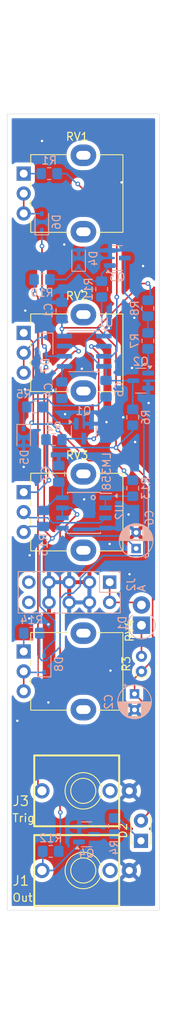
<source format=kicad_pcb>
(kicad_pcb (version 20240108) (generator "pcbnew") (generator_version "8.0")
  (layers (0 "F.Cu" signal) (31 "B.Cu" signal) (34 "B.Paste" user) (35 "F.Paste" user) (36 "B.SilkS" user "B.Silkscreen") (37 "F.SilkS" user "F.Silkscreen") (38 "B.Mask" user) (39 "F.Mask" user) (44 "Edge.Cuts" user))
  (net 0 "")
  (net 1 "+12V")
  (net 2 "GND")
  (net 3 "Net-(U1-CV)")
  (net 4 "Net-(Q2-C)")
  (net 5 "Net-(D5-K)")
  (net 6 "Net-(D6-K)")
  (net 7 "Net-(D1-K)")
  (net 8 "Net-(D1-A)")
  (net 9 "Net-(D2-K)")
  (net 10 "Net-(D4-K)")
  (net 11 "Net-(D6-A)")
  (net 12 "Net-(D7-K)")
  (net 13 "Net-(D8-K)")
  (net 14 "Net-(Q4-B)")
  (net 17 "Net-(J3-PadT)")
  (net 18 "Net-(Q1-C)")
  (net 19 "Net-(Q1-B)")
  (net 20 "Net-(Q2-B)")
  (net 21 "Net-(Q3-C)")
  (net 22 "Net-(R1-Pad2)")
  (net 23 "Net-(U1-Q)")
  (net 24 "Net-(U2B--)")
  (net 25 "Net-(R13-Pad2)")
  (net 26 "Net-(U2A--)")
  (net 27 "Net-(R14-Pad2)")
  (net 28 "Net-(R15-Pad1)")
  (net 29 "Net-(U1-DIS)")
  (net 30 "Net-(U2A-+)")
  (net 33 "Net-(Q4-C)")
  (footprint "mort_mix:Potentiometer_Alpha_RD901F-40-00D_Single_Vertical_withhole" (layer "F.Cu") (at 117.16 118.25)
    (property "Reference" "RV4" (at 5.8 -5.1 -90) (layer "F.SilkS"))
    (property "Value" "B1M")
    (pad "" thru_hole oval (at 0 -4.8 90) (size 2.72 3.24) (drill oval 1.1 1.8) (layers "*.Cu" "*.Mask"))
    (pad "" thru_hole oval (at 0 4.8 90) (size 2.72 3.24) (drill oval 1.1 1.8) (layers "*.Cu" "*.Mask"))
    (pad "1" thru_hole rect (at -7.5 -2.5 90) (size 1.8 1.8) (drill 1) (layers "*.Cu" "*.Mask") (net 27 "Net-(R14-Pad2)"))
    (pad "2" thru_hole circle (at -7.5 0 90) (size 1.8 1.8) (drill 1) (layers "*.Cu" "*.Mask") (net 13 "Net-(D8-K)"))
    (pad "3" thru_hole circle (at -7.5 2.5 90) (size 1.8 1.8) (drill 1) (layers "*.Cu" "*.Mask") (net 13 "Net-(D8-K)"))
  )
  (footprint "mort_mix:Potentiometer_Alpha_RD901F-40-00D_Single_Vertical_withhole" (layer "F.Cu") (at 117.16 98.25)
    (property "Reference" "RV3" (at -0.79 -7.14 180) (layer "F.SilkS"))
    (property "Value" "B10K")
    (pad "" thru_hole oval (at 0 -4.8 90) (size 2.72 3.24) (drill oval 1.1 1.8) (layers "*.Cu" "*.Mask"))
    (pad "" thru_hole oval (at 0 4.8 90) (size 2.72 3.24) (drill oval 1.1 1.8) (layers "*.Cu" "*.Mask"))
    (pad "1" thru_hole rect (at -7.5 -2.5 90) (size 1.8 1.8) (drill 1) (layers "*.Cu" "*.Mask") (net 29 "Net-(U1-DIS)"))
    (pad "2" thru_hole circle (at -7.5 0 90) (size 1.8 1.8) (drill 1) (layers "*.Cu" "*.Mask") (net 30 "Net-(U2A-+)"))
    (pad "3" thru_hole circle (at -7.5 2.5 90) (size 1.8 1.8) (drill 1) (layers "*.Cu" "*.Mask") (net 28 "Net-(R15-Pad1)"))
  )
  (footprint "mort_mix:PJ398SM" (layer "F.Cu") (at 117.16 143.25)
    (property "Reference" "J1" (at -9 2 0) (layer "F.SilkS") (effects (font (size 1.2065 1.2065) (thickness 0.1524)) (justify left bottom)))
    (property "Value" "Out" (at -9 4 0) (layer "F.SilkS") (effects (justify left bottom)))
    (pad "S" thru_hole circle (at 5.7658 0) (size 1.9304 1.9304) (drill 0.889) (layers "*.Cu" "*.Mask") (net 2 "GND"))
    (pad "T" thru_hole circle (at -5.207 0) (size 1.9304 1.9304) (drill 1.143) (layers "*.Cu" "*.Mask") (net 14 "Net-(Q4-B)"))
    (pad "TN" thru_hole circle (at 3.3528 0) (size 1.9304 1.9304) (drill 1.143) (layers "*.Cu" "*.Mask"))
  )
  (footprint "LED_THT:LED_D1.8mm_W3.3mm_H2.4mm" (layer "F.Cu") (at 124.395 139.525 90)
    (property "Reference" "D2" (at 1.27 -2.26 270) (layer "F.SilkS"))
    (property "Value" "LED")
    (pad "1" thru_hole rect (at 0 0 90) (size 1.8 1.8) (drill 0.9) (layers "*.Cu" "*.Mask") (net 9 "Net-(D2-K)"))
    (pad "2" thru_hole circle (at 2.54 0 90) (size 1.8 1.8) (drill 0.9) (layers "*.Cu" "*.Mask") (net 1 "+12V"))
  )
  (footprint "mort_mix:PJ398SM" (layer "F.Cu") (at 117.16 133.25)
    (property "Reference" "J3" (at -9 2 0) (layer "F.SilkS") (effects (font (size 1.2065 1.2065) (thickness 0.1524)) (justify left bottom)))
    (property "Value" "Trig" (at -9 4 0) (layer "F.SilkS") (effects (justify left bottom)))
    (pad "S" thru_hole circle (at 5.7658 0) (size 1.9304 1.9304) (drill 0.889) (layers "*.Cu" "*.Mask") (net 2 "GND"))
    (pad "T" thru_hole circle (at -5.207 0) (size 1.9304 1.9304) (drill 1.143) (layers "*.Cu" "*.Mask") (net 17 "Net-(J3-PadT)"))
    (pad "TN" thru_hole circle (at 3.3528 0) (size 1.9304 1.9304) (drill 1.143) (layers "*.Cu" "*.Mask"))
  )
  (footprint "mort_mix:Potentiometer_Alpha_RD901F-40-00D_Single_Vertical_withhole" (layer "F.Cu") (at 117.16 78.25)
    (property "Reference" "RV2" (at -0.79 -7.14 180) (layer "F.SilkS"))
    (property "Value" "B1M")
    (pad "" thru_hole oval (at 0 -4.8 90) (size 2.72 3.24) (drill oval 1.1 1.8) (layers "*.Cu" "*.Mask"))
    (pad "" thru_hole oval (at 0 4.8 90) (size 2.72 3.24) (drill oval 1.1 1.8) (layers "*.Cu" "*.Mask"))
    (pad "1" thru_hole rect (at -7.5 -2.5 90) (size 1.8 1.8) (drill 1) (layers "*.Cu" "*.Mask") (net 25 "Net-(R13-Pad2)"))
    (pad "2" thru_hole circle (at -7.5 0 90) (size 1.8 1.8) (drill 1) (layers "*.Cu" "*.Mask") (net 12 "Net-(D7-K)"))
    (pad "3" thru_hole circle (at -7.5 2.5 90) (size 1.8 1.8) (drill 1) (layers "*.Cu" "*.Mask") (net 12 "Net-(D7-K)"))
  )
  (footprint "Resistor_THT:R_Axial_DIN0204_L3.6mm_D1.6mm_P1.90mm_Vertical" (layer "F.Cu") (at 124.46 118.255 90)
    (property "Reference" "R3" (at 0.95 -1.92 270) (layer "F.SilkS"))
    (property "Value" "10")
    (pad "1" thru_hole circle (at 0 0 90) (size 1.4 1.4) (drill 0.7) (layers "*.Cu" "*.Mask") (net 1 "+12V"))
    (pad "2" thru_hole oval (at 1.9 0 90) (size 1.4 1.4) (drill 0.7) (layers "*.Cu" "*.Mask") (net 7 "Net-(D1-K)"))
  )
  (footprint "mort_mix:Potentiometer_Alpha_RD901F-40-00D_Single_Vertical_withhole" (layer "F.Cu") (at 117.16 58.25)
    (property "Reference" "RV1" (at -0.79 -7.14 180) (layer "F.SilkS"))
    (property "Value" "B1M")
    (pad "" thru_hole oval (at 0 -4.8 90) (size 2.72 3.24) (drill oval 1.1 1.8) (layers "*.Cu" "*.Mask"))
    (pad "" thru_hole oval (at 0 4.8 90) (size 2.72 3.24) (drill oval 1.1 1.8) (layers "*.Cu" "*.Mask"))
    (pad "1" thru_hole rect (at -7.5 -2.5 90) (size 1.8 1.8) (drill 1) (layers "*.Cu" "*.Mask") (net 22 "Net-(R1-Pad2)"))
    (pad "2" thru_hole circle (at -7.5 0 90) (size 1.8 1.8) (drill 1) (layers "*.Cu" "*.Mask") (net 11 "Net-(D6-A)"))
    (pad "3" thru_hole circle (at -7.5 2.5 90) (size 1.8 1.8) (drill 1) (layers "*.Cu" "*.Mask") (net 11 "Net-(D6-A)"))
  )
  (footprint "Resistor_SMD:R_0805_2012Metric_Pad1.20x1.40mm_HandSolder" (layer "B.Cu") (at 123.36 95.25 90)
    (property "Reference" "R13" (at 0 1.65 270) (layer "B.SilkS") (effects (justify mirror)))
    (property "Value" "120")
    (pad "1" smd roundrect (at -1 0 90) (size 1.2 1.4) (layers "B.Cu" "B.Paste" "B.Mask") (roundrect_rratio 0.2083333333) (net 26 "Net-(U2A--)"))
    (pad "2" smd roundrect (at 1 0 90) (size 1.2 1.4) (layers "B.Cu" "B.Paste" "B.Mask") (roundrect_rratio 0.2083333333) (net 25 "Net-(R13-Pad2)"))
  )
  (footprint "Diode_SMD:D_SOD-323" (layer "B.Cu") (at 109.66 88.85 -90)
    (property "Reference" "D5" (at 2.5 -0.1 90) (layer "B.SilkS") (effects (justify mirror)))
    (property "Value" "1N4148WS")
    (pad "1" smd roundrect (at -1.05 0 270) (size 0.6 0.45) (layers "B.Cu" "B.Paste" "B.Mask") (net 5 "Net-(D5-K)"))
    (pad "2" smd roundrect (at 1.05 0 270) (size 0.6 0.45) (layers "B.Cu" "B.Paste" "B.Mask") (net 2 "GND"))
  )
  (footprint "Package_TO_SOT_SMD:SOT-23" (layer "B.Cu") (at 117.5525 138.71)
    (property "Reference" "Q4" (at 0 2.4 360) (layer "B.SilkS") (effects (justify mirror)))
    (property "Value" "BC847")
    (pad "1" smd roundrect (at -0.9375 0.95) (size 1.475 0.6) (layers "B.Cu" "B.Paste" "B.Mask") (net 14 "Net-(Q4-B)"))
    (pad "2" smd roundrect (at -0.9375 -0.95) (size 1.475 0.6) (layers "B.Cu" "B.Paste" "B.Mask") (net 2 "GND"))
    (pad "3" smd roundrect (at 0.9375 0) (size 1.475 0.6) (layers "B.Cu" "B.Paste" "B.Mask") (net 33 "Net-(Q4-C)"))
  )
  (footprint "Diode_SMD:D_SOD-323" (layer "B.Cu") (at 111.9325 61.8275 90)
    (property "Reference" "D6" (at 0 1.85 270) (layer "B.SilkS") (effects (justify mirror)))
    (property "Value" "1N4148WS")
    (pad "1" smd roundrect (at -1.05 0 90) (size 0.6 0.45) (layers "B.Cu" "B.Paste" "B.Mask") (net 6 "Net-(D6-K)"))
    (pad "2" smd roundrect (at 1.05 0 90) (size 0.6 0.45) (layers "B.Cu" "B.Paste" "B.Mask") (net 11 "Net-(D6-A)"))
  )
  (footprint "Resistor_SMD:R_0805_2012Metric_Pad1.20x1.40mm_HandSolder" (layer "B.Cu") (at 112.16 99.05 90)
    (property "Reference" "R15" (at -3.3 0 270) (layer "B.SilkS") (effects (justify mirror)))
    (property "Value" "4K7")
    (pad "1" smd roundrect (at -1 0 90) (size 1.2 1.4) (layers "B.Cu" "B.Paste" "B.Mask") (roundrect_rratio 0.2083333333) (net 28 "Net-(R15-Pad1)"))
    (pad "2" smd roundrect (at 1 0 90) (size 1.2 1.4) (layers "B.Cu" "B.Paste" "B.Mask") (roundrect_rratio 0.2083333333) (net 1 "+12V"))
  )
  (footprint "Diode_SMD:D_SOD-323" (layer "B.Cu") (at 116.56 66.4 90)
    (property "Reference" "D4" (at 0 1.85 270) (layer "B.SilkS") (effects (justify mirror)))
    (property "Value" "1N4148WS")
    (pad "1" smd roundrect (at -1.05 0 90) (size 0.6 0.45) (layers "B.Cu" "B.Paste" "B.Mask") (net 10 "Net-(D4-K)"))
    (pad "2" smd roundrect (at 1.05 0 90) (size 0.6 0.45) (layers "B.Cu" "B.Paste" "B.Mask") (net 2 "GND"))
  )
  (footprint "Capacitor_SMD:C_0805_2012Metric_Pad1.18x1.45mm_HandSolder" (layer "B.Cu") (at 114.06 93.45 -90)
    (property "Reference" "C7" (at 0 1.68 90) (layer "B.SilkS") (effects (justify mirror)))
    (property "Value" "100nF")
    (pad "1" smd roundrect (at -1.0375 0 270) (size 1.175 1.45) (layers "B.Cu" "B.Paste" "B.Mask") (roundrect_rratio 0.2127659574) (net 2 "GND"))
    (pad "2" smd roundrect (at 1.0375 0 270) (size 1.175 1.45) (layers "B.Cu" "B.Paste" "B.Mask") (roundrect_rratio 0.2127659574) (net 1 "+12V"))
  )
  (footprint "Diode_THT:D_DO-41_SOD81_P2.54mm_Vertical_AnodeUp" (layer "B.Cu") (at 124.46 112.453532 90)
    (property "Reference" "D1" (at 0.203532 -2.4 270) (layer "B.SilkS") (effects (justify mirror)))
    (property "Value" "1N5819")
    (fp_text user "A" (at 4.64 0 270) (layer "B.SilkS") (effects (justify mirror)))
    (pad "1" thru_hole rect (at 0 0 90) (size 2.2 2.2) (drill 1.1) (layers "*.Cu" "*.Mask") (net 7 "Net-(D1-K)"))
    (pad "2" thru_hole oval (at 2.54 0 90) (size 2.2 2.2) (drill 1.1) (layers "*.Cu" "*.Mask") (net 8 "Net-(D1-A)"))
  )
  (footprint "Capacitor_SMD:C_0805_2012Metric_Pad1.18x1.45mm_HandSolder" (layer "B.Cu") (at 114.46 72.95 90)
    (property "Reference" "C1" (at 0 -1.7 270) (layer "B.SilkS") (effects (justify mirror)))
    (property "Value" "100nF")
    (pad "1" smd roundrect (at -1.0375 0 90) (size 1.175 1.45) (layers "B.Cu" "B.Paste" "B.Mask") (roundrect_rratio 0.2127659574) (net 1 "+12V"))
    (pad "2" smd roundrect (at 1.0375 0 90) (size 1.175 1.45) (layers "B.Cu" "B.Paste" "B.Mask") (roundrect_rratio 0.2127659574) (net 2 "GND"))
  )
  (footprint "Resistor_SMD:R_0805_2012Metric_Pad1.20x1.40mm_HandSolder" (layer "B.Cu") (at 121.05 137.67 -90)
    (property "Reference" "R4" (at 2.7 0 90) (layer "B.SilkS") (effects (justify mirror)))
    (property "Value" "3k3")
    (pad "1" smd roundrect (at -1 0 270) (size 1.2 1.4) (layers "B.Cu" "B.Paste" "B.Mask") (roundrect_rratio 0.2083333333) (net 9 "Net-(D2-K)"))
    (pad "2" smd roundrect (at 1 0 270) (size 1.2 1.4) (layers "B.Cu" "B.Paste" "B.Mask") (roundrect_rratio 0.2083333333) (net 33 "Net-(Q4-C)"))
  )
  (footprint "Resistor_SMD:R_0805_2012Metric_Pad1.20x1.40mm_HandSolder" (layer "B.Cu") (at 123.36 86.35 90)
    (property "Reference" "R6" (at 0 1.65 270) (layer "B.SilkS") (effects (justify mirror)))
    (property "Value" "4k7")
    (pad "1" smd roundrect (at -1 0 90) (size 1.2 1.4) (layers "B.Cu" "B.Paste" "B.Mask") (roundrect_rratio 0.2083333333) (net 1 "+12V"))
    (pad "2" smd roundrect (at 1 0 90) (size 1.2 1.4) (layers "B.Cu" "B.Paste" "B.Mask") (roundrect_rratio 0.2083333333) (net 4 "Net-(Q2-C)"))
  )
  (footprint "Capacitor_SMD:C_0805_2012Metric_Pad1.18x1.45mm_HandSolder" (layer "B.Cu") (at 114.46 82.95 -90)
    (property "Reference" "C4" (at 0 1.68 90) (layer "B.SilkS") (effects (justify mirror)))
    (property "Value" "10nF")
    (pad "1" smd roundrect (at -1.0375 0 270) (size 1.175 1.45) (layers "B.Cu" "B.Paste" "B.Mask") (roundrect_rratio 0.2127659574) (net 3 "Net-(U1-CV)"))
    (pad "2" smd roundrect (at 1.0375 0 270) (size 1.175 1.45) (layers "B.Cu" "B.Paste" "B.Mask") (roundrect_rratio 0.2127659574) (net 2 "GND"))
  )
  (footprint "Diode_SMD:D_SOD-323" (layer "B.Cu") (at 112.2325 117.3275 90)
    (property "Reference" "D8" (at 0 1.85 270) (layer "B.SilkS") (effects (justify mirror)))
    (property "Value" "1N4148WS")
    (pad "1" smd roundrect (at -1.05 0 90) (size 0.6 0.45) (layers "B.Cu" "B.Paste" "B.Mask") (net 13 "Net-(D8-K)"))
    (pad "2" smd roundrect (at 1.05 0 90) (size 0.6 0.45) (layers "B.Cu" "B.Paste" "B.Mask") (net 6 "Net-(D6-K)"))
  )
  (footprint "Package_TO_SOT_SMD:SOT-23" (layer "B.Cu") (at 117.21 88.0875 -90)
    (property "Reference" "Q1" (at -2.5375 0.05 180) (layer "B.SilkS") (effects (justify mirror)))
    (property "Value" "BC847")
    (pad "1" smd roundrect (at -0.9375 0.95 270) (size 1.475 0.6) (layers "B.Cu" "B.Paste" "B.Mask") (net 19 "Net-(Q1-B)"))
    (pad "2" smd roundrect (at -0.9375 -0.95 270) (size 1.475 0.6) (layers "B.Cu" "B.Paste" "B.Mask") (net 2 "GND"))
    (pad "3" smd roundrect (at 0.9375 0 270) (size 1.475 0.6) (layers "B.Cu" "B.Paste" "B.Mask") (net 18 "Net-(Q1-C)"))
  )
  (footprint "Package_TO_SOT_SMD:SOT-23" (layer "B.Cu") (at 124.36 81.75 180)
    (property "Reference" "Q2" (at 0 2.4 180) (layer "B.SilkS") (effects (justify mirror)))
    (property "Value" "BC847")
    (pad "1" smd roundrect (at -0.9375 0.95 180) (size 1.475 0.6) (layers "B.Cu" "B.Paste" "B.Mask") (net 20 "Net-(Q2-B)"))
    (pad "2" smd roundrect (at -0.9375 -0.95 180) (size 1.475 0.6) (layers "B.Cu" "B.Paste" "B.Mask") (net 2 "GND"))
    (pad "3" smd roundrect (at 0.9375 0 180) (size 1.475 0.6) (layers "B.Cu" "B.Paste" "B.Mask") (net 4 "Net-(Q2-C)"))
  )
  (footprint "Resistor_SMD:R_0805_2012Metric_Pad1.20x1.40mm_HandSolder" (layer "B.Cu") (at 112.86 55.75 180)
    (property "Reference" "R1" (at 0 1.65 180) (layer "B.SilkS") (effects (justify mirror)))
    (property "Value" "120")
    (pad "1" smd roundrect (at -1 0 180) (size 1.2 1.4) (layers "B.Cu" "B.Paste" "B.Mask") (roundrect_rratio 0.2083333333) (net 23 "Net-(U1-Q)"))
    (pad "2" smd roundrect (at 1 0 180) (size 1.2 1.4) (layers "B.Cu" "B.Paste" "B.Mask") (roundrect_rratio 0.2083333333) (net 22 "Net-(R1-Pad2)"))
  )
  (footprint "PCM_4ms_Package_SOIC:SOIC-8_3.9x4.9mm_Pitch1.27mm" (layer "B.Cu") (at 117.2272 98.35 180)
    (property "Reference" "U2" (at -4.4728 0.09 90) (layer "B.SilkS") (effects (justify mirror)))
    (property "Value" "LM358" (at -2.8528 5.21 -90) (layer "B.SilkS") (effects (justify mirror)))
    (pad "1" smd rect (at -2.7 1.905 180) (size 1.55 0.6) (layers "B.Cu" "B.Paste" "B.Mask") (net 26 "Net-(U2A--)"))
    (pad "2" smd rect (at -2.7 0.635 180) (size 1.55 0.6) (layers "B.Cu" "B.Paste" "B.Mask") (net 26 "Net-(U2A--)"))
    (pad "3" smd rect (at -2.7 -0.635 180) (size 1.55 0.6) (layers "B.Cu" "B.Paste" "B.Mask") (net 30 "Net-(U2A-+)"))
    (pad "4" smd rect (at -2.7 -1.905 180) (size 1.55 0.6) (layers "B.Cu" "B.Paste" "B.Mask") (net 2 "GND"))
    (pad "5" smd rect (at 2.7 -1.905 180) (size 1.55 0.6) (layers "B.Cu" "B.Paste" "B.Mask") (net 6 "Net-(D6-K)"))
    (pad "6" smd rect (at 2.7 -0.635 180) (size 1.55 0.6) (layers "B.Cu" "B.Paste" "B.Mask") (net 24 "Net-(U2B--)"))
    (pad "7" smd rect (at 2.7 0.635 180) (size 1.55 0.6) (layers "B.Cu" "B.Paste" "B.Mask") (net 24 "Net-(U2B--)"))
    (pad "8" smd rect (at 2.7 1.905 180) (size 1.55 0.6) (layers "B.Cu" "B.Paste" "B.Mask") (net 1 "+12V"))
  )
  (footprint "Resistor_SMD:R_0805_2012Metric_Pad1.20x1.40mm_HandSolder" (layer "B.Cu") (at 110.66 113.45 180)
    (property "Reference" "R14" (at 0 1.65 180) (layer "B.SilkS") (effects (justify mirror)))
    (property "Value" "120")
    (pad "1" smd roundrect (at -1 0 180) (size 1.2 1.4) (layers "B.Cu" "B.Paste" "B.Mask") (roundrect_rratio 0.2083333333) (net 4 "Net-(Q2-C)"))
    (pad "2" smd roundrect (at 1 0 180) (size 1.2 1.4) (layers "B.Cu" "B.Paste" "B.Mask") (roundrect_rratio 0.2083333333) (net 27 "Net-(R14-Pad2)"))
  )
  (footprint "Diode_SMD:D_SOD-323" (layer "B.Cu") (at 112.4825 77.3725 -90)
    (property "Reference" "D7" (at 2.4775 0.1225 90) (layer "B.SilkS") (effects (justify mirror)))
    (property "Value" "1N4148WS")
    (pad "1" smd roundrect (at -1.05 0 270) (size 0.6 0.45) (layers "B.Cu" "B.Paste" "B.Mask") (net 12 "Net-(D7-K)"))
    (pad "2" smd roundrect (at 1.05 0 270) (size 0.6 0.45) (layers "B.Cu" "B.Paste" "B.Mask") (net 6 "Net-(D6-K)"))
  )
  (footprint "Connector_PinSocket_2.54mm:PinSocket_2x05_P2.54mm_Vertical" (layer "B.Cu") (at 120.46 107.05 90)
    (property "Reference" "J2" (at -0.3 2.7 270) (layer "B.SilkS") (effects (justify mirror)))
    (property "Value" "Eurorack_Power_10pin_Unshrouded")
    (pad "1" thru_hole rect (at 0 0 90) (size 1.7 1.7) (drill 1) (layers "*.Cu" "*.Mask") (net 8 "Net-(D1-A)"))
    (pad "2" thru_hole oval (at -2.54 0 90) (size 1.7 1.7) (drill 1) (layers "*.Cu" "*.Mask") (net 8 "Net-(D1-A)"))
    (pad "3" thru_hole oval (at 0 -2.54 90) (size 1.7 1.7) (drill 1) (layers "*.Cu" "*.Mask") (net 2 "GND"))
    (pad "4" thru_hole oval (at -2.54 -2.54 90) (size 1.7 1.7) (drill 1) (layers "*.Cu" "*.Mask") (net 2 "GND"))
    (pad "5" thru_hole oval (at 0 -5.08 90) (size 1.7 1.7) (drill 1) (layers "*.Cu" "*.Mask") (net 2 "GND"))
    (pad "6" thru_hole oval (at -2.54 -5.08 90) (size 1.7 1.7) (drill 1) (layers "*.Cu" "*.Mask") (net 2 "GND"))
    (pad "7" thru_hole oval (at 0 -7.62 90) (size 1.7 1.7) (drill 1) (layers "*.Cu" "*.Mask") (net 2 "GND"))
    (pad "8" thru_hole oval (at -2.54 -7.62 90) (size 1.7 1.7) (drill 1) (layers "*.Cu" "*.Mask") (net 2 "GND"))
    (pad "9" thru_hole oval (at 0 -10.16 90) (size 1.7 1.7) (drill 1) (layers "*.Cu" "*.Mask"))
    (pad "10" thru_hole oval (at -2.54 -10.16 90) (size 1.7 1.7) (drill 1) (layers "*.Cu" "*.Mask"))
  )
  (footprint "Package_SO:SOIC-8_3.9x4.9mm_P1.27mm" (layer "B.Cu") (at 117.26 78.05 180)
    (property "Reference" "U1" (at -2.7 3.6 180) (layer "B.SilkS") (effects (justify mirror)))
    (property "Value" "TLC555xD")
    (pad "1" smd roundrect (at -2.475 1.905 180) (size 1.95 0.6) (layers "B.Cu" "B.Paste" "B.Mask") (net 2 "GND"))
    (pad "2" smd roundrect (at -2.475 0.635 180) (size 1.95 0.6) (layers "B.Cu" "B.Paste" "B.Mask") (net 18 "Net-(Q1-C)"))
    (pad "3" smd roundrect (at -2.475 -0.635 180) (size 1.95 0.6) (layers "B.Cu" "B.Paste" "B.Mask") (net 23 "Net-(U1-Q)"))
    (pad "4" smd roundrect (at -2.475 -1.905 180) (size 1.95 0.6) (layers "B.Cu" "B.Paste" "B.Mask") (net 4 "Net-(Q2-C)"))
    (pad "5" smd roundrect (at 2.475 -1.905 180) (size 1.95 0.6) (layers "B.Cu" "B.Paste" "B.Mask") (net 3 "Net-(U1-CV)"))
    (pad "6" smd roundrect (at 2.475 -0.635 180) (size 1.95 0.6) (layers "B.Cu" "B.Paste" "B.Mask") (net 6 "Net-(D6-K)"))
    (pad "7" smd roundrect (at 2.475 0.635 180) (size 1.95 0.6) (layers "B.Cu" "B.Paste" "B.Mask") (net 29 "Net-(U1-DIS)"))
    (pad "8" smd roundrect (at 2.475 1.905 180) (size 1.95 0.6) (layers "B.Cu" "B.Paste" "B.Mask") (net 1 "+12V"))
  )
  (footprint "Resistor_SMD:R_0805_2012Metric_Pad1.20x1.40mm_HandSolder" (layer "B.Cu") (at 113.06 140.85 180)
    (property "Reference" "R12" (at 0 1.65 180) (layer "B.SilkS") (effects (justify mirror)))
    (property "Value" "1k")
    (pad "1" smd roundrect (at -1 0 180) (size 1.2 1.4) (layers "B.Cu" "B.Paste" "B.Mask") (roundrect_rratio 0.2083333333) (net 24 "Net-(U2B--)"))
    (pad "2" smd roundrect (at 1 0 180) (size 1.2 1.4) (layers "B.Cu" "B.Paste" "B.Mask") (roundrect_rratio 0.2083333333) (net 14 "Net-(Q4-B)"))
  )
  (footprint "Capacitor_THT:CP_Radial_D4.0mm_P2.00mm" (layer "B.Cu") (at 123.5874 121.077398 -90)
    (property "Reference" "C2" (at 1 3.25 90) (layer "B.SilkS") (effects (justify mirror)))
    (property "Value" "10uF_5x5.3_16V")
    (pad "1" thru_hole rect (at 0 0 270) (size 1.2 1.2) (drill 0.6) (layers "*.Cu" "*.Mask") (net 1 "+12V"))
    (pad "2" thru_hole circle (at 2 0 270) (size 1.2 1.2) (drill 0.6) (layers "*.Cu" "*.Mask") (net 2 "GND"))
  )
  (footprint "Resistor_SMD:R_0805_2012Metric_Pad1.20x1.40mm_HandSolder" (layer "B.Cu") (at 111.06 85.05 180)
    (property "Reference" "R5" (at 1.4 1.6 180) (layer "B.SilkS") (effects (justify mirror)))
    (property "Value" "10k")
    (pad "1" smd roundrect (at -1 0 180) (size 1.2 1.4) (layers "B.Cu" "B.Paste" "B.Mask") (roundrect_rratio 0.2083333333) (net 19 "Net-(Q1-B)"))
    (pad "2" smd roundrect (at 1 0 180) (size 1.2 1.4) (layers "B.Cu" "B.Paste" "B.Mask") (roundrect_rratio 0.2083333333) (net 5 "Net-(D5-K)"))
  )
  (footprint "Resistor_SMD:R_0805_2012Metric_Pad1.20x1.40mm_HandSolder" (layer "B.Cu") (at 119.46 70.25 -90)
    (property "Reference" "R11" (at 0 1.65 90) (layer "B.SilkS") (effects (justify mirror)))
    (property "Value" "1M")
    (pad "1" smd roundrect (at -1 0 270) (size 1.2 1.4) (layers "B.Cu" "B.Paste" "B.Mask") (roundrect_rratio 0.2083333333) (net 10 "Net-(D4-K)"))
    (pad "2" smd roundrect (at 1 0 270) (size 1.2 1.4) (layers "B.Cu" "B.Paste" "B.Mask") (roundrect_rratio 0.2083333333) (net 4 "Net-(Q2-C)"))
  )
  (footprint "Package_TO_SOT_SMD:SOT-23" (layer "B.Cu") (at 121.4225 66.35)
    (property "Reference" "Q3" (at 0 2.4 360) (layer "B.SilkS") (effects (justify mirror)))
    (property "Value" "BC847")
    (pad "1" smd roundrect (at -0.9375 0.95) (size 1.475 0.6) (layers "B.Cu" "B.Paste" "B.Mask") (net 10 "Net-(D4-K)"))
    (pad "2" smd roundrect (at -0.9375 -0.95) (size 1.475 0.6) (layers "B.Cu" "B.Paste" "B.Mask") (net 2 "GND"))
    (pad "3" smd roundrect (at 0.9375 0) (size 1.475 0.6) (layers "B.Cu" "B.Paste" "B.Mask") (net 21 "Net-(Q3-C)"))
  )
  (footprint "Resistor_SMD:R_0805_2012Metric_Pad1.20x1.40mm_HandSolder" (layer "B.Cu") (at 125.26 76.75 -90)
    (property "Reference" "R7" (at 0 1.65 90) (layer "B.SilkS") (effects (justify mirror)))
    (property "Value" "22k")
    (pad "1" smd roundrect (at -1 0 270) (size 1.2 1.4) (layers "B.Cu" "B.Paste" "B.Mask") (roundrect_rratio 0.2083333333) (net 21 "Net-(Q3-C)"))
    (pad "2" smd roundrect (at 1 0 270) (size 1.2 1.4) (layers "B.Cu" "B.Paste" "B.Mask") (roundrect_rratio 0.2083333333) (net 20 "Net-(Q2-B)"))
  )
  (footprint "Resistor_SMD:R_0805_2012Metric_Pad1.20x1.40mm_HandSolder" (layer "B.Cu") (at 113.46 89.15 180)
    (property "Reference" "R2" (at 0 1.65 180) (layer "B.SilkS") (effects (justify mirror)))
    (property "Value" "4k7")
    (pad "1" smd roundrect (at -1 0 180) (size 1.2 1.4) (layers "B.Cu" "B.Paste" "B.Mask") (roundrect_rratio 0.2083333333) (net 18 "Net-(Q1-C)"))
    (pad "2" smd roundrect (at 1 0 180) (size 1.2 1.4) (layers "B.Cu" "B.Paste" "B.Mask") (roundrect_rratio 0.2083333333) (net 1 "+12V"))
  )
  (footprint "Capacitor_SMD:C_0805_2012Metric_Pad1.18x1.45mm_HandSolder" (layer "B.Cu") (at 119.9975 82.75 -90)
    (property "Reference" "C5" (at 0.1 -1.6625 90) (layer "B.SilkS") (effects (justify mirror)))
    (property "Value" "10nF")
    (pad "1" smd roundrect (at -1.0375 0 270) (size 1.175 1.45) (layers "B.Cu" "B.Paste" "B.Mask") (roundrect_rratio 0.2127659574) (net 4 "Net-(Q2-C)"))
    (pad "2" smd roundrect (at 1.0375 0 270) (size 1.175 1.45) (layers "B.Cu" "B.Paste" "B.Mask") (roundrect_rratio 0.2127659574) (net 5 "Net-(D5-K)"))
  )
  (footprint "Resistor_SMD:R_0805_2012Metric_Pad1.20x1.40mm_HandSolder" (layer "B.Cu") (at 111.96 69.05)
    (property "Reference" "R10" (at 0 1.65 360) (layer "B.SilkS") (effects (justify mirror)))
    (property "Value" "10k")
    (pad "1" smd roundrect (at -1 0) (size 1.2 1.4) (layers "B.Cu" "B.Paste" "B.Mask") (roundrect_rratio 0.2083333333) (net 17 "Net-(J3-PadT)"))
    (pad "2" smd roundrect (at 1 0) (size 1.2 1.4) (layers "B.Cu" "B.Paste" "B.Mask") (roundrect_rratio 0.2083333333) (net 10 "Net-(D4-K)"))
  )
  (footprint "Resistor_SMD:R_0805_2012Metric_Pad1.20x1.40mm_HandSolder" (layer "B.Cu") (at 125.26 72.65 -90)
    (property "Reference" "R8" (at 0 1.65 90) (layer "B.SilkS") (effects (justify mirror)))
    (property "Value" "4k7")
    (pad "1" smd roundrect (at -1 0 270) (size 1.2 1.4) (layers "B.Cu" "B.Paste" "B.Mask") (roundrect_rratio 0.2083333333) (net 1 "+12V"))
    (pad "2" smd roundrect (at 1 0 270) (size 1.2 1.4) (layers "B.Cu" "B.Paste" "B.Mask") (roundrect_rratio 0.2083333333) (net 21 "Net-(Q3-C)"))
  )
  (footprint "Capacitor_THT:CP_Radial_D4.0mm_P2.00mm" (layer "B.Cu") (at 123.7874 102.822598 90)
    (property "Reference" "C6" (at 3.872598 1.6726 270) (layer "B.SilkS") (effects (justify mirror)))
    (property "Value" "47uF_5x5.3_16V")
    (pad "1" thru_hole rect (at 0 0 90) (size 1.2 1.2) (drill 0.6) (layers "*.Cu" "*.Mask") (net 6 "Net-(D6-K)"))
    (pad "2" thru_hole circle (at 2 0 90) (size 1.2 1.2) (drill 0.6) (layers "*.Cu" "*.Mask") (net 2 "GND"))
  )
  (gr_rect (start 107.6 48.25) (end 126.7 148.25) (stroke (width 0.05)) (fill none) (layer "Edge.Cuts"))
  (segment (start 125.86 94.75) (end 121.26 90.15) (width 0.2) (layer "F.Cu") (net 1))
  (segment (start 124.46 69.55) (end 125.26 69.55) (width 0.2) (layer "F.Cu") (net 1))
  (segment (start 118.9 75.11) (end 124.46 69.55) (width 0.2) (layer "F.Cu") (net 1))
  (segment (start 125.26 69.55) (end 125.16 69.65) (width 0.2) (layer "F.Cu") (net 1))
  (segment (start 123.5874 119.1276) (end 124.46 118.255) (width 0.2) (layer "F.Cu") (net 1))
  (segment (start 124.46 118.255) (end 125.86 116.855) (width 0.2) (layer "F.Cu") (net 1))
  (segment (start 114.46 75.25) (end 114.6 75.11) (width 0.2) (layer "F.Cu") (net 1))
  (segment (start 124.395 136.985) (end 125.295 136.085) (width 0.2) (layer "F.Cu") (net 1))
  (segment (start 125.295 122.784998) (end 123.5874 121.077398) (width 0.2) (layer "F.Cu") (net 1))
  (segment (start 121.26 77.47) (end 118.9 75.11) (width 0.2) (layer "F.Cu") (net 1))
  (segment (start 123.5874 121.077398) (end 123.5874 119.1276) (width 0.2) (layer "F.Cu") (net 1))
  (segment (start 121.26 90.15) (end 121.26 77.47) (width 0.2) (layer "F.Cu") (net 1))
  (segment (start 125.295 136.085) (end 125.295 122.784998) (width 0.2) (layer "F.Cu") (net 1))
  (segment (start 125.86 116.855) (end 125.86 94.75) (width 0.2) (layer "F.Cu") (net 1))
  (segment (start 114.6 75.11) (end 118.9 75.11) (width 0.2) (layer "F.Cu") (net 1))
  (via (at 125.26 69.55) (size 0.6) (drill 0.3) (layers "F.Cu" "B.Cu") (net 1))
  (via (at 121.26 90.15) (size 0.6) (drill 0.3) (layers "F.Cu" "B.Cu") (net 1))
  (via (at 114.46 75.25) (size 0.6) (drill 0.3) (layers "F.Cu" "B.Cu") (net 1))
  (segment (start 114.785 76.145) (end 114.46 75.82) (width 0.2) (layer "B.Cu") (net 1))
  (segment (start 113.46 90.15) (end 121.26 90.15) (width 0.2) (layer "B.Cu") (net 1))
  (segment (start 114.06 94.4875) (end 114.06 94.009744) (width 0.2) (layer "B.Cu") (net 1))
  (segment (start 114.5272 94.9547) (end 114.06 94.4875) (width 0.2) (layer "B.Cu") (net 1))
  (segment (start 113.765 96.445) (end 114.5272 96.445) (width 0.2) (layer "B.Cu") (net 1))
  (segment (start 114.46 75.82) (end 114.46 75.25) (width 0.2) (layer "B.Cu") (net 1))
  (segment (start 125.56 71.35) (end 125.56 69.85) (width 0.2) (layer "B.Cu") (net 1))
  (segment (start 125.26 71.65) (end 125.56 71.35) (width 0.2) (layer "B.Cu") (net 1))
  (segment (start 112.46 89.15) (end 113.46 90.15) (width 0.2) (layer "B.Cu") (net 1))
  (segment (start 114.46 75.25) (end 114.46 73.9875) (width 0.2) (layer "B.Cu") (net 1))
  (segment (start 112.16 98.05) (end 113.765 96.445) (width 0.2) (layer "B.Cu") (net 1))
  (segment (start 114.06 94.009744) (end 112.46 92.409744) (width 0.2) (layer "B.Cu") (net 1))
  (segment (start 123.36 88.05) (end 121.26 90.15) (width 0.2) (layer "B.Cu") (net 1))
  (segment (start 114.5272 96.445) (end 114.5272 94.9547) (width 0.2) (layer "B.Cu") (net 1))
  (segment (start 125.56 69.85) (end 125.26 69.55) (width 0.2) (layer "B.Cu") (net 1))
  (segment (start 112.46 92.409744) (end 112.46 89.15) (width 0.2) (layer "B.Cu") (net 1))
  (segment (start 123.36 87.35) (end 123.36 88.05) (width 0.2) (layer "B.Cu") (net 1))
  (via (at 109.66 92.575) (size 0.6) (drill 0.3) (layers "F.Cu" "B.Cu") (net 2))
  (via (at 122.96 106.05) (size 0.6) (drill 0.3) (layers "F.Cu" "B.Cu") (net 2))
  (via (at 120.36 75.15) (size 0.6) (drill 0.3) (layers "F.Cu" "B.Cu") (net 2))
  (via (at 122.16 86.35) (size 0.6) (drill 0.3) (layers "F.Cu" "B.Cu") (net 2))
  (via (at 110.36 111.6) (size 0.6) (drill 0.3) (layers "F.Cu" "B.Cu") (net 2))
  (via (at 116.96 70.45) (size 0.6) (drill 0.3) (layers "F.Cu" "B.Cu") (net 2))
  (via (at 123.66 89.45) (size 0.6) (drill 0.3) (layers "F.Cu" "B.Cu") (net 2))
  (via (at 124.66 67.35) (size 0.6) (drill 0.3) (layers "F.Cu" "B.Cu") (net 2))
  (via (at 122.835 98.55) (size 0.6) (drill 0.3) (layers "F.Cu" "B.Cu") (net 2))
  (via (at 109.81 82.825) (size 0.6) (drill 0.3) (layers "F.Cu" "B.Cu") (net 2))
  (via (at 123.26 80.15) (size 0.6) (drill 0.3) (layers "F.Cu" "B.Cu") (net 2))
  (via (at 113.36 82.95) (size 0.6) (drill 0.3) (layers "F.Cu" "B.Cu") (net 2))
  (via (at 108.86 124.45) (size 0.6) (drill 0.3) (layers "F.Cu" "B.Cu") (net 2))
  (via (at 110.41 103.675) (size 0.6) (drill 0.3) (layers "F.Cu" "B.Cu") (net 2))
  (via (at 120.46 102.25) (size 0.6) (drill 0.3) (layers "F.Cu" "B.Cu") (net 2))
  (via (at 115.46 91.15) (size 0.6) (drill 0.3) (layers "F.Cu" "B.Cu") (net 2))
  (via (at 114.86 85.95) (size 0.6) (drill 0.3) (layers "F.Cu" "B.Cu") (net 2))
  (via (at 112.76 112.35) (size 0.6) (drill 0.3) (layers "F.Cu" "B.Cu") (net 2))
  (via (at 116.96 80.25) (size 0.6) (drill 0.3) (layers "F.Cu" "B.Cu") (net 2))
  (via (at 121.96 56.85) (size 0.6) (drill 0.3) (layers "F.Cu" "B.Cu") (net 2))
  (via (at 109.86 72.95) (size 0.6) (drill 0.3) (layers "F.Cu" "B.Cu") (net 2))
  (via (at 120.56 118.15) (size 0.6) (drill 0.3) (layers "F.Cu" "B.Cu") (net 2))
  (via (at 111.96 51.65) (size 0.6) (drill 0.3) (layers "F.Cu" "B.Cu") (net 2))
  (via (at 112.76 122.15) (size 0.6) (drill 0.3) (layers "F.Cu" "B.Cu") (net 2))
  (via (at 114.76 64.65) (size 0.6) (drill 0.3) (layers "F.Cu" "B.Cu") (net 2))
  (via (at 125.36 84.55) (size 0.6) (drill 0.3) (layers "F.Cu" "B.Cu") (net 2))
  (via (at 117.26 96.65) (size 0.6) (drill 0.3) (layers "F.Cu" "B.Cu") (net 2))
  (via (at 120.06 86.95) (size 0.6) (drill 0.3) (layers "F.Cu" "B.Cu") (net 2))
  (via (at 123.56 73.85) (size 0.6) (drill 0.3) (layers "F.Cu" "B.Cu") (net 2))
  (segment (start 119.735 75.775) (end 120.36 75.15) (width 0.2) (layer "B.Cu") (net 2))
  (segment (start 119.735 76.145) (end 119.735 75.775) (width 0.2) (layer "B.Cu") (net 2))
  (segment (start 114.46 83.9875) (end 114.0975 83.9875) (width 0.2) (layer "B.Cu") (net 2))
  (segment (start 114.3975 83.9875) (end 113.36 82.95) (width 0.2) (layer "B.Cu") (net 2))
  (segment (start 114.46 83.9875) (end 114.3975 83.9875) (width 0.2) (layer "B.Cu") (net 2))
  (segment (start 114.46 80.28) (end 114.785 79.955) (width 0.2) (layer "B.Cu") (net 3))
  (segment (start 114.46 81.9125) (end 114.46 80.28) (width 0.2) (layer "B.Cu") (net 3))
  (segment (start 119.46 74.804448) (end 117.46 76.804448) (width 0.2) (layer "B.Cu") (net 4))
  (segment (start 124.6874 103.722598) (end 124.76 103.649998) (width 0.2) (layer "B.Cu") (net 4))
  (segment (start 115.856346 108.44) (end 116.77 107.526346) (width 0.2) (layer "B.Cu") (net 4))
  (segment (start 114.23 115.16648) (end 114.23 109.113654) (width 0.2) (layer "B.Cu") (net 4))
  (segment (start 114.903654 108.44) (end 115.856346 108.44) (width 0.2) (layer "B.Cu") (net 4))
  (segment (start 117.46 78.025552) (end 119.389448 79.955) (width 0.2) (layer "B.Cu") (net 4))
  (segment (start 123.36 85.35) (end 123.36 81.8125) (width 0.2) (layer "B.Cu") (net 4))
  (segment (start 119.46 71.25) (end 119.46 74.804448) (width 0.2) (layer "B.Cu") (net 4))
  (segment (start 123.4225 81.75) (end 120.035 81.75) (width 0.2) (layer "B.Cu") (net 4))
  (segment (start 112.51898 116.8775) (end 114.23 115.16648) (width 0.2) (layer "B.Cu") (net 4))
  (segment (start 117.46 76.804448) (end 117.46 78.025552) (width 0.2) (layer "B.Cu") (net 4))
  (segment (start 119.9975 80.2175) (end 119.735 79.955) (width 0.2) (layer "B.Cu") (net 4))
  (segment (start 124.76 103.649998) (end 124.76 86.75) (width 0.2) (layer "B.Cu") (net 4))
  (segment (start 124.76 86.75) (end 123.36 85.35) (width 0.2) (layer "B.Cu") (net 4))
  (segment (start 119.389448 79.955) (end 119.735 79.955) (width 0.2) (layer "B.Cu") (net 4))
  (segment (start 116.77 106.573654) (end 119.621056 103.722598) (width 0.2) (layer "B.Cu") (net 4))
  (segment (start 111.94602 116.8775) (end 112.51898 116.8775) (width 0.2) (layer "B.Cu") (net 4))
  (segment (start 123.36 81.8125) (end 123.4225 81.75) (width 0.2) (layer "B.Cu") (net 4))
  (segment (start 111.66 113.45) (end 111.66 116.59148) (width 0.2) (layer "B.Cu") (net 4))
  (segment (start 111.66 116.59148) (end 111.94602 116.8775) (width 0.2) (layer "B.Cu") (net 4))
  (segment (start 116.77 107.526346) (end 116.77 106.573654) (width 0.2) (layer "B.Cu") (net 4))
  (segment (start 120.035 81.75) (end 119.9975 81.7125) (width 0.2) (layer "B.Cu") (net 4))
  (segment (start 114.23 109.113654) (end 114.903654 108.44) (width 0.2) (layer "B.Cu") (net 4))
  (segment (start 119.9975 81.7125) (end 119.9975 80.2175) (width 0.2) (layer "B.Cu") (net 4))
  (segment (start 119.621056 103.722598) (end 124.6874 103.722598) (width 0.2) (layer "B.Cu") (net 4))
  (segment (start 119.9975 83.7875) (end 118.91 84.875) (width 0.2) (layer "B.Cu") (net 5))
  (segment (start 109.66 87.8) (end 109.66 85.45) (width 0.2) (layer "B.Cu") (net 5))
  (segment (start 109.66 85.45) (end 110.06 85.05) (width 0.2) (layer "B.Cu") (net 5))
  (segment (start 112.644744 84.05) (end 111.06 84.05) (width 0.2) (layer "B.Cu") (net 5))
  (segment (start 113.469744 84.875) (end 112.644744 84.05) (width 0.2) (layer "B.Cu") (net 5))
  (segment (start 111.06 84.05) (end 110.06 85.05) (width 0.2) (layer "B.Cu") (net 5))
  (segment (start 118.91 84.875) (end 113.469744 84.875) (width 0.2) (layer "B.Cu") (net 5))
  (segment (start 112.26 77.45) (end 112.16 77.35) (width 0.2) (layer "F.Cu") (net 6))
  (segment (start 111.96 64.85) (end 111.96 77.15) (width 0.2) (layer "F.Cu") (net 6))
  (segment (start 112.235 80.275) (end 112.235 100.525) (width 0.2) (layer "F.Cu") (net 6))
  (segment (start 112.235 100.525) (end 113.26 101.55) (width 0.2) (layer "F.Cu") (net 6))
  (segment (start 112.46 80.05) (end 112.235 80.275) (width 0.2) (layer "F.Cu") (net 6))
  (segment (start 111.96 77.15) (end 112.26 77.45) (width 0.2) (layer "F.Cu") (net 6))
  (via (at 113.26 101.55) (size 0.6) (drill 0.3) (layers "F.Cu" "B.Cu") (net 6))
  (via (at 112.26 77.45) (size 0.6) (drill 0.3) (layers "F.Cu" "B.Cu") (net 6))
  (via (at 112.46 80.05) (size 0.6) (drill 0.3) (layers "F.Cu" "B.Cu") (net 6))
  (via (at 111.96 64.85) (size 0.6) (drill 0.3) (layers "F.Cu" "B.Cu") (net 6))
  (segment (start 111.96 64.85) (end 112.06 64.85) (width 0.2) (layer "B.Cu") (net 6))
  (segment (start 112.2325 115.607244) (end 113.56 114.279744) (width 0.2) (layer "B.Cu") (net 6))
  (segment (start 112.2325 116.2775) (end 112.2325 115.607244) (width 0.2) (layer "B.Cu") (net 6))
  (segment (start 114.5272 100.255) (end 114.5272 100.2828) (width 0.2) (layer "B.Cu") (net 6))
  (segment (start 111.69 103.12) (end 113.26 101.55) (width 0.2) (layer "B.Cu") (net 6))
  (segment (start 112.4825 77.6725) (end 112.26 77.45) (width 0.2) (layer "B.Cu") (net 6))
  (segment (start 111.69 110.08) (end 111.69 103.12) (width 0.2) (layer "B.Cu") (net 6))
  (segment (start 115.5222 101.25) (end 122.214802 101.25) (width 0.2) (layer "B.Cu") (net 6))
  (segment (start 114.5272 100.255) (end 115.5222 101.25) (width 0.2) (layer "B.Cu") (net 6))
  (segment (start 114.5272 100.2828) (end 113.26 101.55) (width 0.2) (layer "B.Cu") (net 6))
  (segment (start 114.785 78.685) (end 112.745 78.685) (width 0.2) (layer "B.Cu") (net 6))
  (segment (start 112.4825 80.0275) (end 112.46 80.05) (width 0.2) (layer "B.Cu") (net 6))
  (segment (start 122.214802 101.25) (end 123.7874 102.822598) (width 0.2) (layer "B.Cu") (net 6))
  (segment (start 111.96 64.75) (end 111.96 64.85) (width 0.2) (layer "B.Cu") (net 6))
  (segment (start 112.06 64.85) (end 111.96 64.75) (width 0.2) (layer "B.Cu") (net 6))
  (segment (start 112.4825 78.4225) (end 112.4825 77.6725) (width 0.2) (layer "B.Cu") (net 6))
  (segment (start 111.9325 64.7225) (end 111.96 64.75) (width 0.2) (layer "B.Cu") (net 6))
  (segment (start 112.4825 78.4225) (end 112.4825 80.0275) (width 0.2) (layer "B.Cu") (net 6))
  (segment (start 112.4825 80.0725) (end 112.4825 80.1275) (width 0.2) (layer "B.Cu") (net 6))
  (segment (start 112.745 78.685) (end 112.4825 78.4225) (width 0.2) (layer "B.Cu") (net 6))
  (segment (start 111.9325 62.8775) (end 111.9325 64.7225) (width 0.2) (layer "B.Cu") (net 6))
  (segment (start 112.4825 80.1275) (end 112.46 80.15) (width 0.2) (layer "B.Cu") (net 6))
  (segment (start 113.56 114.279744) (end 113.56 111.95) (width 0.2) (layer "B.Cu") (net 6))
  (segment (start 113.56 111.95) (end 111.69 110.08) (width 0.2) (layer "B.Cu") (net 6))
  (segment (start 112.46 80.05) (end 112.4825 80.0725) (width 0.2) (layer "B.Cu") (net 6))
  (segment (start 124.46 112.453532) (end 124.46 116.355) (width 0.2) (layer "F.Cu") (net 7))
  (segment (start 124.136468 109.59) (end 124.46 109.913532) (width 0.2) (layer "F.Cu") (net 8))
  (segment (start 120.46 107.05) (end 120.46 109.59) (width 0.2) (layer "F.Cu") (net 8))
  (segment (start 120.46 109.59) (end 124.136468 109.59) (width 0.2) (layer "F.Cu") (net 8))
  (segment (start 121.54 136.67) (end 121.05 136.67) (width 0.2) (layer "B.Cu") (net 9))
  (segment (start 124.395 139.525) (end 121.54 136.67) (width 0.2) (layer "B.Cu") (net 9))
  (segment (start 114.96 69.05) (end 116.56 67.45) (width 0.2) (layer "B.Cu") (net 10))
  (segment (start 118.36 69.25) (end 116.56 67.45) (width 0.2) (layer "B.Cu") (net 10))
  (segment (start 112.96 69.05) (end 114.96 69.05) (width 0.2) (layer "B.Cu") (net 10))
  (segment (start 119.46 69.25) (end 119.46 68.325) (width 0.2) (layer "B.Cu") (net 10))
  (segment (start 119.46 69.25) (end 118.36 69.25) (width 0.2) (layer "B.Cu") (net 10))
  (segment (start 119.46 68.325) (end 120.485 67.3) (width 0.2) (layer "B.Cu") (net 10))
  (segment (start 109.66 60.75) (end 109.66 58.25) (width 0.2) (layer "F.Cu") (net 11))
  (segment (start 109.6875 60.7775) (end 109.66 60.75) (width 0.2) (layer "B.Cu") (net 11))
  (segment (start 111.9325 60.7775) (end 109.6875 60.7775) (width 0.2) (layer "B.Cu") (net 11))
  (segment (start 109.66 78.25) (end 109.66 80.75) (width 0.2) (layer "F.Cu") (net 12))
  (segment (start 111.5875 76.3225) (end 109.66 78.25) (width 0.2) (layer "B.Cu") (net 12))
  (segment (start 112.4825 76.3225) (end 111.5875 76.3225) (width 0.2) (layer "B.Cu") (net 12))
  (segment (start 109.66 118.25) (end 109.66 119.65) (width 0.2) (layer "F.Cu") (net 13))
  (segment (start 109.66 119.65) (end 109.66 120.75) (width 0.2) (layer "F.Cu") (net 13))
  (segment (start 112.2325 118.3775) (end 109.7875 118.3775) (width 0.2) (layer "B.Cu") (net 13))
  (segment (start 109.7875 118.3775) (end 109.66 118.25) (width 0.2) (layer "B.Cu") (net 13))
  (segment (start 112.06 143.143) (end 111.953 143.25) (width 0.2) (layer "B.Cu") (net 14))
  (segment (start 116.615 139.66) (end 116.615 139.959999) (width 0.2) (layer "B.Cu") (net 14))
  (segment (start 112.06 140.85) (end 112.06 143.143) (width 0.2) (layer "B.Cu") (net 14))
  (segment (start 113.324999 143.25) (end 111.953 143.25) (width 0.2) (layer "B.Cu") (net 14))
  (segment (start 116.615 139.959999) (end 113.324999 143.25) (width 0.2) (layer "B.Cu") (net 14))
  (segment (start 111.45 71.24) (end 111.45 132.747) (width 0.2) (layer "F.Cu") (net 17))
  (segment (start 111.45 132.747) (end 111.953 133.25) (width 0.2) (layer "F.Cu") (net 17))
  (segment (start 111.06 70.85) (end 111.45 71.24) (width 0.2) (layer "F.Cu") (net 17))
  (via (at 111.06 70.85) (size 0.6) (drill 0.3) (layers "F.Cu" "B.Cu") (net 17))
  (segment (start 110.96 69.05) (end 111.06 70.85) (width 0.2) (layer "B.Cu") (net 17))
  (segment (start 111.06 70.85) (end 110.96 70.75) (width 0.2) (layer "B.Cu") (net 17))
  (segment (start 119.08 88.43) (end 118.46 89.05) (width 0.2) (layer "F.Cu") (net 18))
  (segment (start 119.08 78.37) (end 119.08 88.43) (width 0.2) (layer "F.Cu") (net 18))
  (segment (start 118.16 77.45) (end 119.08 78.37) (width 0.2) (layer "F.Cu") (net 18))
  (via (at 118.16 77.45) (size 0.6) (drill 0.3) (layers "F.Cu" "B.Cu") (net 18))
  (via (at 118.46 89.05) (size 0.6) (drill 0.3) (layers "F.Cu" "B.Cu") (net 18))
  (segment (start 117.21 89.025) (end 114.585 89.025) (width 0.2) (layer "B.Cu") (net 18))
  (segment (start 119.735 77.415) (end 118.195 77.415) (width 0.2) (layer "B.Cu") (net 18))
  (segment (start 118.195 77.415) (end 118.16 77.45) (width 0.2) (layer "B.Cu") (net 18))
  (segment (start 117.21 89.025) (end 118.435 89.025) (width 0.2) (layer "B.Cu") (net 18))
  (segment (start 118.435 89.025) (end 118.46 89.05) (width 0.2) (layer "B.Cu") (net 18))
  (segment (start 114.585 89.025) (end 114.46 89.15) (width 0.2) (layer "B.Cu") (net 18))
  (segment (start 116.26 87.15) (end 114.16 87.15) (width 0.2) (layer "B.Cu") (net 19))
  (segment (start 114.16 87.15) (end 112.06 85.05) (width 0.2) (layer "B.Cu") (net 19))
  (segment (start 125.2975 77.7875) (end 125.26 77.75) (width 0.2) (layer "B.Cu") (net 20))
  (segment (start 125.2975 80.8) (end 125.2975 77.7875) (width 0.2) (layer "B.Cu") (net 20))
  (segment (start 122.36 70.75) (end 122.36 66.35) (width 0.2) (layer "B.Cu") (net 21))
  (segment (start 125.26 75.75) (end 125.26 73.65) (width 0.2) (layer "B.Cu") (net 21))
  (segment (start 125.26 73.65) (end 122.36 70.75) (width 0.2) (layer "B.Cu") (net 21))
  (segment (start 111.86 55.75) (end 109.66 55.75) (width 0.2) (layer "B.Cu") (net 22))
  (segment (start 116.46 57.05) (end 121.36 61.95) (width 0.2) (layer "F.Cu") (net 23))
  (segment (start 121.36 61.95) (end 121.36 71.25) (width 0.2) (layer "F.Cu") (net 23))
  (via (at 121.36 71.25) (size 0.6) (drill 0.3) (layers "F.Cu" "B.Cu") (net 23))
  (via (at 116.46 57.05) (size 0.6) (drill 0.3) (layers "F.Cu" "B.Cu") (net 23))
  (segment (start 121.36 78.034999) (end 121.36 71.25) (width 0.2) (layer "B.Cu") (net 23))
  (segment (start 115.06 55.75) (end 116.36 57.05) (width 0.2) (layer "B.Cu") (net 23))
  (segment (start 116.46 57.05) (end 116.46 57.15) (width 0.2) (layer "B.Cu") (net 23))
  (segment (start 116.36 57.05) (end 116.46 57.05) (width 0.2) (layer "B.Cu") (net 23))
  (segment (start 120.709999 78.685) (end 121.36 78.034999) (width 0.2) (layer "B.Cu") (net 23))
  (segment (start 116.46 57.15) (end 116.36 57.05) (width 0.2) (layer "B.Cu") (net 23))
  (segment (start 119.735 78.685) (end 120.709999 78.685) (width 0.2) (layer "B.Cu") (net 23))
  (segment (start 113.86 55.75) (end 115.06 55.75) (width 0.2) (layer "B.Cu") (net 23))
  (segment (start 114.26 135.85) (end 114.26 135.95) (width 0.2) (layer "F.Cu") (net 24))
  (segment (start 114.36 135.95) (end 114.26 135.85) (width 0.2) (layer "F.Cu") (net 24))
  (segment (start 116.36 98.55) (end 114.23 100.68) (width 0.2) (layer "F.Cu") (net 24))
  (segment (start 114.23 100.68) (end 114.23 135.82) (width 0.2) (layer "F.Cu") (net 24))
  (segment (start 114.26 135.95) (end 114.36 135.95) (width 0.2) (layer "F.Cu") (net 24))
  (segment (start 114.23 135.82) (end 114.26 135.85) (width 0.2) (layer "F.Cu") (net 24))
  (via (at 116.36 98.55) (size 0.6) (drill 0.3) (layers "F.Cu" "B.Cu") (net 24))
  (via (at 114.26 135.95) (size 0.6) (drill 0.3) (layers "F.Cu" "B.Cu") (net 24))
  (segment (start 114.5272 97.715) (end 115.625 97.715) (width 0.2) (layer "B.Cu") (net 24))
  (segment (start 114.5272 97.715) (end 114.5272 98.985) (width 0.2) (layer "B.Cu") (net 24))
  (segment (start 116.36 98.45) (end 116.36 98.55) (width 0.2) (layer "B.Cu") (net 24))
  (segment (start 114.26 140.65) (end 114.26 135.95) (width 0.2) (layer "B.Cu") (net 24))
  (segment (start 116.46 98.55) (end 116.36 98.45) (width 0.2) (layer "B.Cu") (net 24))
  (segment (start 114.06 140.85) (end 114.26 140.65) (width 0.2) (layer "B.Cu") (net 24))
  (segment (start 116.36 98.55) (end 116.46 98.55) (width 0.2) (layer "B.Cu") (net 24))
  (segment (start 115.625 97.715) (end 116.36 98.45) (width 0.2) (layer "B.Cu") (net 24))
  (segment (start 110.86 76.95) (end 109.66 75.75) (width 0.2) (layer "F.Cu") (net 25))
  (segment (start 110.66 87.05) (end 110.86 86.85) (width 0.2) (layer "F.Cu") (net 25))
  (segment (start 110.86 86.85) (end 110.86 76.95) (width 0.2) (layer "F.Cu") (net 25))
  (segment (start 117.8 91.79) (end 113.96 87.95) (width 0.2) (layer "F.Cu") (net 25))
  (segment (start 121 91.79) (end 117.8 91.79) (width 0.2) (layer "F.Cu") (net 25))
  (segment (start 122.26 93.05) (end 121 91.79) (width 0.2) (layer "F.Cu") (net 25))
  (via (at 122.26 93.05) (size 0.6) (drill 0.3) (layers "F.Cu" "B.Cu") (net 25))
  (via (at 110.66 87.05) (size 0.6) (drill 0.3) (layers "F.Cu" "B.Cu") (net 25))
  (via (at 113.96 87.95) (size 0.6) (drill 0.3) (layers "F.Cu" "B.Cu") (net 25))
  (segment (start 110.66 87.05) (end 110.56 87.05) (width 0.2) (layer "B.Cu") (net 25))
  (segment (start 110.71 87.2) (end 110.66 87.15) (width 0.2) (layer "B.Cu") (net 25))
  (segment (start 113.21 87.2) (end 110.71 87.2) (width 0.2) (layer "B.Cu") (net 25))
  (segment (start 122.26 93.15) (end 122.26 93.05) (width 0.2) (layer "B.Cu") (net 25))
  (segment (start 123.36 94.25) (end 122.26 93.15) (width 0.2) (layer "B.Cu") (net 25))
  (segment (start 113.96 87.95) (end 113.21 87.2) (width 0.2) (layer "B.Cu") (net 25))
  (segment (start 122.16 93.05) (end 122.26 93.15) (width 0.2) (layer "B.Cu") (net 25))
  (segment (start 110.66 87.15) (end 110.66 87.05) (width 0.2) (layer "B.Cu") (net 25))
  (segment (start 122.26 93.05) (end 122.16 93.05) (width 0.2) (layer "B.Cu") (net 25))
  (segment (start 110.56 87.05) (end 110.66 87.15) (width 0.2) (layer "B.Cu") (net 25))
  (segment (start 123.36 96.25) (end 120.1222 96.25) (width 0.2) (layer "B.Cu") (net 26))
  (segment (start 119.9272 96.445) (end 119.9272 97.715) (width 0.2) (layer "B.Cu") (net 26))
  (segment (start 120.1222 96.25) (end 119.9272 96.445) (width 0.2) (layer "B.Cu") (net 26))
  (segment (start 109.66 113.45) (end 109.66 115.75) (width 0.2) (layer "B.Cu") (net 27))
  (segment (start 110.36 100.05) (end 109.66 100.75) (width 0.2) (layer "B.Cu") (net 28))
  (segment (start 112.16 100.05) (end 110.36 100.05) (width 0.2) (layer "B.Cu") (net 28))
  (segment (start 116.06 78.05) (end 116.56 78.05) (width 0.2) (layer "F.Cu") (net 29))
  (segment (start 112.66 81.45) (end 116.06 78.05) (width 0.2) (layer "F.Cu") (net 29))
  (segment (start 112.66 94.075) (end 112.66 81.45) (width 0.2) (layer "F.Cu") (net 29))
  (segment (start 112.835 94.25) (end 112.66 94.075) (width 0.2) (layer "F.Cu") (net 29))
  (via (at 116.56 78.05) (size 0.6) (drill 0.3) (layers "F.Cu" "B.Cu") (net 29))
  (via (at 112.835 94.25) (size 0.6) (drill 0.3) (layers "F.Cu" "B.Cu") (net 29))
  (segment (start 116.66 78.05) (end 116.56 77.95) (width 0.2) (layer "B.Cu") (net 29))
  (segment (start 111.335 95.75) (end 109.66 95.75) (width 0.2) (layer "B.Cu") (net 29))
  (segment (start 116.025 77.415) (end 116.56 77.95) (width 0.2) (layer "B.Cu") (net 29))
  (segment (start 116.56 78.05) (end 116.66 78.05) (width 0.2) (layer "B.Cu") (net 29))
  (segment (start 112.835 94.25) (end 111.335 95.75) (width 0.2) (layer "B.Cu") (net 29))
  (segment (start 114.785 77.415) (end 116.025 77.415) (width 0.2) (layer "B.Cu") (net 29))
  (segment (start 116.56 77.95) (end 116.56 78.05) (width 0.2) (layer "B.Cu") (net 29))
  (segment (start 119.9272 98.985) (end 119.3272 99.585) (width 0.2) (layer "B.Cu") (net 30))
  (segment (start 112.644744 98.95) (end 110.36 98.95) (width 0.2) (layer "B.Cu") (net 30))
  (segment (start 119.3272 99.585) (end 113.279744 99.585) (width 0.2) (layer "B.Cu") (net 30))
  (segment (start 113.279744 99.585) (end 112.644744 98.95) (width 0.2) (layer "B.Cu") (net 30))
  (segment (start 110.36 98.95) (end 109.66 98.25) (width 0.2) (layer "B.Cu") (net 30))
  (segment (start 121.05 138.67) (end 118.53 138.67) (width 0.2) (layer "B.Cu") (net 33))
  (segment (start 118.53 138.67) (end 118.49 138.71) (width 0.2) (layer "B.Cu") (net 33))
  (zone (net 2) (net_name "GND") (layers "F&B.Cu") (connect_pads (clearance 0.5)) (min_thickness 0.25) (fill yes (thermal_gap 0.5) (thermal_bridge_width 0.5))
    (polygon (pts (xy 126.76 48.25) (xy 107.56 48.25) (xy 107.56 148.25) (xy 126.76 148.25)))
  )
)
</source>
